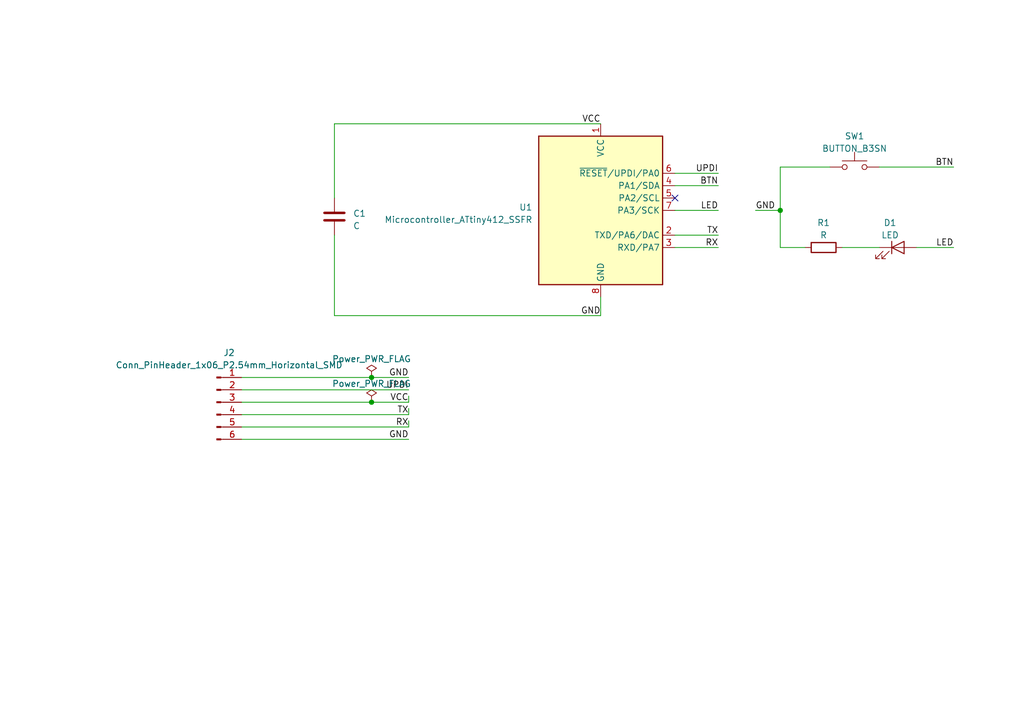
<source format=kicad_sch>
(kicad_sch (version 20230121) (generator eeschema)
  (paper "A5")
  (title_block (title "hello-t412-echo-with-changes") (date "2023-03-07") (rev "1"))
  (lib_symbols
    (symbol "fab:BUTTON_B3SN" (pin_numbers hide) (pin_names (offset 1.016) hide)
      (property "Reference" "SW" (at 1.27 2.54 0))
      (property "Value" "BUTTON_B3SN" (at 0 -1.524 0))
      (symbol "BUTTON_B3SN_0_1"
        (circle (center -2.032 0) (radius 0.508))
        (polyline (pts (xy 0 1.27) (xy 0 3.048)))
        (polyline (pts (xy 2.54 1.27) (xy -2.54 1.27)))
        (circle (center 2.032 0) (radius 0.508))
        (pin passive line (at -5.08 0 0) (length 2.54) (name "1") (number "1"))
        (pin passive line (at 5.08 0 180) (length 2.54) (name "2") (number "2"))
      )
    )
    (symbol "fab:C" (pin_numbers hide) (pin_names (offset 0.254))
      (property "Reference" "C" (at 0.635 2.54 0))
      (property "Value" "C" (at 0.635 -2.54 0))
      (symbol "C_0_1"
        (polyline (pts (xy -2.032 -0.762) (xy 2.032 -0.762)) (stroke (width 0.508)))
        (polyline (pts (xy -2.032 0.762) (xy 2.032 0.762)) (stroke (width 0.508)))
      )
      (symbol "C_1_1"
        (pin passive line (at 0 3.81 270) (length 2.794) (name "~") (number "1"))
        (pin passive line (at 0 -3.81 90) (length 2.794) (name "~") (number "2"))
      )
    )
    (symbol "fab:Conn_PinHeader_1x06_P2.54mm_Horizontal_SMD" (pin_names (offset 1.016) hide)
      (property "Reference" "J" (at 0 7.62 0))
      (property "Value" "Conn_PinHeader_1x06_P2.54mm_Horizontal_SMD" (at 0 -10.16 0))
      (symbol "Conn_PinHeader_1x06_P2.54mm_Horizontal_SMD_1_1"
        (polyline (pts (xy 1.27 -7.62) (xy 0.8636 -7.62)) (stroke (width 0.1524)))
        (polyline (pts (xy 1.27 -5.08) (xy 0.8636 -5.08)) (stroke (width 0.1524)))
        (polyline (pts (xy 1.27 -2.54) (xy 0.8636 -2.54)) (stroke (width 0.1524)))
        (polyline (pts (xy 1.27 0) (xy 0.8636 0)) (stroke (width 0.1524)))
        (polyline (pts (xy 1.27 2.54) (xy 0.8636 2.54)) (stroke (width 0.1524)))
        (polyline (pts (xy 1.27 5.08) (xy 0.8636 5.08)) (stroke (width 0.1524)))
        (rectangle (start 0.8636 -7.493) (end 0 -7.747) (stroke (width 0.1524)) (fill (type outline)))
        (rectangle (start 0.8636 -4.953) (end 0 -5.207) (stroke (width 0.1524)) (fill (type outline)))
        (rectangle (start 0.8636 -2.413) (end 0 -2.667) (stroke (width 0.1524)) (fill (type outline)))
        (rectangle (start 0.8636 0.127) (end 0 -0.127) (stroke (width 0.1524)) (fill (type outline)))
        (rectangle (start 0.8636 2.667) (end 0 2.413) (stroke (width 0.1524)) (fill (type outline)))
        (rectangle (start 0.8636 5.207) (end 0 4.953) (stroke (width 0.1524)) (fill (type outline)))
        (pin passive line (at 5.08 5.08 180) (length 3.81) (name "Pin_1") (number "1"))
        (pin passive line (at 5.08 2.54 180) (length 3.81) (name "Pin_2") (number "2"))
        (pin passive line (at 5.08 0 180) (length 3.81) (name "Pin_3") (number "3"))
        (pin passive line (at 5.08 -2.54 180) (length 3.81) (name "Pin_4") (number "4"))
        (pin passive line (at 5.08 -5.08 180) (length 3.81) (name "Pin_5") (number "5"))
        (pin passive line (at 5.08 -7.62 180) (length 3.81) (name "Pin_6") (number "6"))
      )
    )
    (symbol "fab:LED" (pin_numbers hide) (pin_names (offset 1.016) hide)
      (property "Reference" "D" (at 0 2.54 0))
      (property "Value" "LED" (at 0 -2.54 0))
      (symbol "LED_0_1"
        (polyline (pts (xy -1.27 -1.27) (xy -1.27 1.27)) (stroke (width 0.2032)))
        (polyline (pts (xy -1.27 0) (xy 1.27 0)))
        (polyline (pts (xy 1.27 -1.27) (xy 1.27 1.27) (xy -1.27 0) (xy 1.27 -1.27)) (stroke (width 0.2032)))
        (polyline (pts (xy -3.048 -0.762) (xy -4.572 -2.286) (xy -3.81 -2.286) (xy -4.572 -2.286) (xy -4.572 -1.524)))
        (polyline (pts (xy -1.778 -0.762) (xy -3.302 -2.286) (xy -2.54 -2.286) (xy -3.302 -2.286) (xy -3.302 -1.524)))
      )
      (symbol "LED_1_1"
        (pin passive line (at -3.81 0 0) (length 2.54) (name "K") (number "1"))
        (pin passive line (at 3.81 0 180) (length 2.54) (name "A") (number "2"))
      )
    )
    (symbol "fab:Microcontroller_ATtiny412_SSFR"
      (property "Reference" "U" (at -12.7 17.78 0))
      (property "Value" "Microcontroller_ATtiny412_SSFR" (at 2.54 17.78 0))
      (symbol "Microcontroller_ATtiny412_SSFR_0_1"
        (rectangle (start -12.7 -15.24) (end 12.7 15.24) (stroke (width 0.254)) (fill (type background)))
      )
      (symbol "Microcontroller_ATtiny412_SSFR_1_1"
        (pin power_in line (at 0 17.78 270) (length 2.54) (name "VCC") (number "1"))
        (pin bidirectional line (at 15.24 -5.08 180) (length 2.54) (name "TXD/PA6/DAC") (number "2"))
        (pin bidirectional line (at 15.24 -7.62 180) (length 2.54) (name "RXD/PA7") (number "3"))
        (pin bidirectional line (at 15.24 5.08 180) (length 2.54) (name "PA1/SDA") (number "4"))
        (pin bidirectional line (at 15.24 2.54 180) (length 2.54) (name "PA2/SCL") (number "5"))
        (pin bidirectional line (at 15.24 7.62 180) (length 2.54) (name "~{RESET}/UPDI/PA0") (number "6"))
        (pin bidirectional line (at 15.24 0 180) (length 2.54) (name "PA3/SCK") (number "7"))
        (pin power_in line (at 0 -17.78 90) (length 2.54) (name "GND") (number "8"))
      )
    )
    (symbol "fab:Power_PWR_FLAG" (power) (pin_numbers hide) (pin_names (offset 0) hide)
      (property "Value" "Power_PWR_FLAG" (at 0 3.81 0))
      (symbol "Power_PWR_FLAG_0_0"
        (pin power_out line (at 0 0 90) (length 0) (name "pwr") (number "1"))
      )
      (symbol "Power_PWR_FLAG_0_1"
        (polyline (pts (xy 0 0) (xy 0 1.27) (xy -1.016 1.905) (xy 0 2.54) (xy 1.016 1.905) (xy 0 1.27)))
      )
    )
    (symbol "fab:R" (pin_numbers hide) (pin_names (offset 0))
      (property "Reference" "R" (at 2.032 0 90))
      (property "Value" "R" (at 0 0 90))
      (symbol "R_0_1"
        (rectangle (start -1.016 -2.54) (end 1.016 2.54) (stroke (width 0.254)))
      )
      (symbol "R_1_1"
        (pin passive line (at 0 3.81 270) (length 1.27) (name "~") (number "1"))
        (pin passive line (at 0 -3.81 90) (length 1.27) (name "~") (number "2"))
      )
    )
  )
  (junction (at 76.2 77.47))
  (junction (at 76.2 82.55))
  (junction (at 160.02 43.18))
  (no_connect (at 138.43 40.64))
  (wire (pts (xy 49.53 87.63) (xy 83.82 87.63)))
  (wire (pts (xy 170.18 34.29) (xy 160.02 34.29)))
  (wire (pts (xy 68.58 25.4) (xy 123.19 25.4)))
  (wire (pts (xy 138.43 43.18) (xy 147.32 43.18)))
  (wire (pts (xy 49.53 80.01) (xy 83.82 80.01)))
  (wire (pts (xy 76.2 77.47) (xy 83.82 77.47)))
  (wire (pts (xy 172.72 50.8) (xy 180.34 50.8)))
  (wire (pts (xy 138.43 50.8) (xy 147.32 50.8)))
  (wire (pts (xy 123.19 60.96) (xy 123.19 64.77)))
  (wire (pts (xy 68.58 48.26) (xy 68.58 64.77)))
  (wire (pts (xy 68.58 40.64) (xy 68.58 25.4)))
  (wire (pts (xy 180.34 34.29) (xy 195.58 34.29)))
  (wire (pts (xy 83.82 83.82) (xy 83.82 85.09)))
  (wire (pts (xy 160.02 43.18) (xy 160.02 50.8)))
  (wire (pts (xy 49.53 90.17) (xy 83.82 90.17)))
  (wire (pts (xy 160.02 34.29) (xy 160.02 43.18)))
  (wire (pts (xy 49.53 82.55) (xy 76.2 82.55)))
  (wire (pts (xy 49.53 77.47) (xy 76.2 77.47)))
  (wire (pts (xy 160.02 50.8) (xy 165.1 50.8)))
  (wire (pts (xy 76.2 82.55) (xy 83.82 82.55)))
  (wire (pts (xy 83.82 86.36) (xy 83.82 87.63)))
  (wire (pts (xy 138.43 35.56) (xy 147.32 35.56)))
  (wire (pts (xy 68.58 64.77) (xy 123.19 64.77)))
  (wire (pts (xy 138.43 48.26) (xy 147.32 48.26)))
  (wire (pts (xy 187.96 50.8) (xy 195.58 50.8)))
  (wire (pts (xy 49.53 85.09) (xy 83.82 85.09)))
  (wire (pts (xy 83.82 81.28) (xy 83.82 82.55)))
  (wire (pts (xy 154.94 43.18) (xy 160.02 43.18)))
  (wire (pts (xy 138.43 38.1) (xy 147.32 38.1)))
  (label "TX" (at 83.82 85.09 180))
  (label "TX" (at 147.32 48.26 180))
  (label "UPDI" (at 83.82 80.01 180))
  (label "GND" (at 154.94 43.18 0))
  (label "RX" (at 147.32 50.8 180))
  (label "GND" (at 83.82 90.17 180))
  (label "VCC" (at 123.19 25.4 180))
  (label "RX" (at 83.82 87.63 180))
  (label "VCC" (at 83.82 82.55 180))
  (label "BTN" (at 195.58 34.29 180))
  (label "UPDI" (at 147.32 35.56 180))
  (label "GND" (at 123.19 64.77 180))
  (label "GND" (at 83.82 77.47 180))
  (label "LED" (at 147.32 43.18 180))
  (label "BTN" (at 147.32 38.1 180))
  (label "LED" (at 195.58 50.8 180))
  (symbol (lib_id "fab:R") (at 168.91 50.8 90) (unit 1)
    (property "Reference" "R1" (at 168.91 45.72 90))
    (property "Value" "R" (at 168.91 48.26 90))
    (property "Footprint" "fab:R_1206" (effects hide))
  )
  (symbol (lib_id "fab:LED") (at 184.15 50.8 0) (unit 1)
    (property "Reference" "D1" (at 182.5498 45.72 0))
    (property "Value" "LED" (at 182.5498 48.26 0))
    (property "Footprint" "fab:LED_1206" (effects hide))
    (property "Datasheet" "https://optoelectronics.liteon.com/upload/download/DS-22-98-0002/LTST-C150CKT.pdf" (effects hide))
  )
  (symbol (lib_id "fab:C") (at 68.58 44.45 0) (unit 1)
    (property "Reference" "C1" (at 72.39 43.815 0) (effects (justify left)))
    (property "Value" "C" (at 72.39 46.355 0) (effects (justify left)))
    (property "Footprint" "fab:C_1206" (effects hide))
  )
  (symbol (lib_id "fab:Power_PWR_FLAG") (at 76.2 82.55 0) (unit 1)
    (property "Reference" "#FLG02" (effects hide))
    (property "Value" "Power_PWR_FLAG" (at 76.2 78.74 0))
  )
  (symbol (lib_id "fab:BUTTON_B3SN") (at 175.26 34.29 0) (unit 1)
    (property "Reference" "SW1" (at 175.26 27.94 0))
    (property "Value" "BUTTON_B3SN" (at 175.26 30.48 0))
    (property "Footprint" "fab:Button_Omron_B3SN_6.0x6.0mm" (effects hide))
    (property "Datasheet" "https://omronfs.omron.com/en_US/ecb/products/pdf/en-b3sn.pdf" (effects hide))
  )
  (symbol (lib_id "fab:Conn_PinHeader_1x06_P2.54mm_Horizontal_SMD") (at 44.45 82.55 0) (unit 1)
    (property "Reference" "J2" (at 46.99 72.39 0))
    (property "Value" "Conn_PinHeader_1x06_P2.54mm_Horizontal_SMD" (at 46.99 74.93 0))
    (property "Footprint" "fab:PinHeader_1x06_P2.54mm_Horizontal_SMD" (effects hide))
  )
  (symbol (lib_id "fab:Power_PWR_FLAG") (at 76.2 77.47 0) (unit 1)
    (property "Reference" "#FLG01" (effects hide))
    (property "Value" "Power_PWR_FLAG" (at 76.2 73.66 0))
  )
  (symbol (lib_id "fab:Microcontroller_ATtiny412_SSFR") (at 123.19 43.18 0) (unit 1)
    (property "Reference" "U1" (at 109.22 42.545 0) (effects (justify right)))
    (property "Value" "Microcontroller_ATtiny412_SSFR" (at 109.22 45.085 0) (effects (justify right)))
    (property "Footprint" "fab:SOIC-8_3.9x4.9mm_P1.27mm" (effects hide))
    (property "Datasheet" "http://ww1.microchip.com/downloads/en/DeviceDoc/40001911A.pdf" (effects hide))
  )
)
</source>
